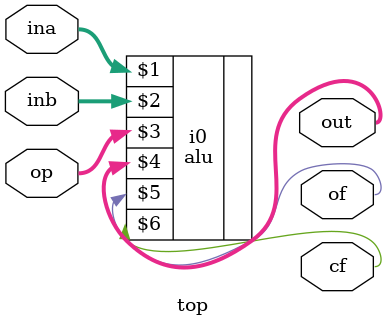
<source format=v>
module top (
  input [3:0] ina, inb,
  input [2:0] op,
  output [3:0] out,
  output of, cf
);
  alu i0 (ina, inb, op, out, of, cf);
endmodule
</source>
